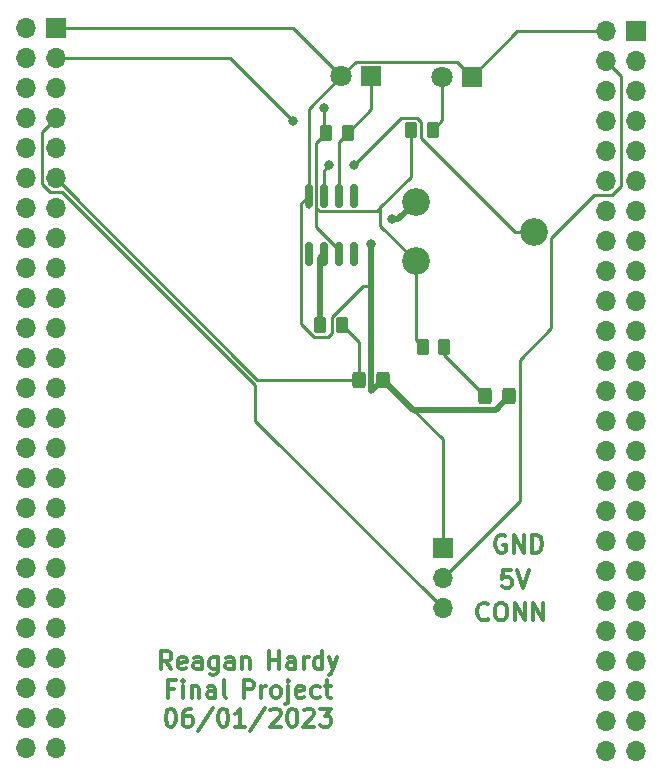
<source format=gbr>
%TF.GenerationSoftware,KiCad,Pcbnew,(7.0.0)*%
%TF.CreationDate,2023-06-01T09:50:49-06:00*%
%TF.ProjectId,Final_Project,46696e61-6c5f-4507-926f-6a6563742e6b,rev?*%
%TF.SameCoordinates,Original*%
%TF.FileFunction,Copper,L1,Top*%
%TF.FilePolarity,Positive*%
%FSLAX46Y46*%
G04 Gerber Fmt 4.6, Leading zero omitted, Abs format (unit mm)*
G04 Created by KiCad (PCBNEW (7.0.0)) date 2023-06-01 09:50:49*
%MOMM*%
%LPD*%
G01*
G04 APERTURE LIST*
G04 Aperture macros list*
%AMRoundRect*
0 Rectangle with rounded corners*
0 $1 Rounding radius*
0 $2 $3 $4 $5 $6 $7 $8 $9 X,Y pos of 4 corners*
0 Add a 4 corners polygon primitive as box body*
4,1,4,$2,$3,$4,$5,$6,$7,$8,$9,$2,$3,0*
0 Add four circle primitives for the rounded corners*
1,1,$1+$1,$2,$3*
1,1,$1+$1,$4,$5*
1,1,$1+$1,$6,$7*
1,1,$1+$1,$8,$9*
0 Add four rect primitives between the rounded corners*
20,1,$1+$1,$2,$3,$4,$5,0*
20,1,$1+$1,$4,$5,$6,$7,0*
20,1,$1+$1,$6,$7,$8,$9,0*
20,1,$1+$1,$8,$9,$2,$3,0*%
G04 Aperture macros list end*
%ADD10C,0.300000*%
%TA.AperFunction,NonConductor*%
%ADD11C,0.300000*%
%TD*%
%TA.AperFunction,SMDPad,CuDef*%
%ADD12RoundRect,0.250000X-0.262500X-0.450000X0.262500X-0.450000X0.262500X0.450000X-0.262500X0.450000X0*%
%TD*%
%TA.AperFunction,ComponentPad*%
%ADD13R,1.700000X1.700000*%
%TD*%
%TA.AperFunction,ComponentPad*%
%ADD14O,1.700000X1.700000*%
%TD*%
%TA.AperFunction,ComponentPad*%
%ADD15R,1.800000X1.800000*%
%TD*%
%TA.AperFunction,ComponentPad*%
%ADD16C,1.800000*%
%TD*%
%TA.AperFunction,ComponentPad*%
%ADD17C,2.340000*%
%TD*%
%TA.AperFunction,SMDPad,CuDef*%
%ADD18RoundRect,0.250000X0.325000X0.450000X-0.325000X0.450000X-0.325000X-0.450000X0.325000X-0.450000X0*%
%TD*%
%TA.AperFunction,SMDPad,CuDef*%
%ADD19RoundRect,0.150000X-0.150000X0.825000X-0.150000X-0.825000X0.150000X-0.825000X0.150000X0.825000X0*%
%TD*%
%TA.AperFunction,ViaPad*%
%ADD20C,0.800000*%
%TD*%
%TA.AperFunction,Conductor*%
%ADD21C,0.250000*%
%TD*%
%TA.AperFunction,Conductor*%
%ADD22C,0.500000*%
%TD*%
G04 APERTURE END LIST*
D10*
D11*
X75230857Y-71894200D02*
X75088000Y-71822771D01*
X75088000Y-71822771D02*
X74873714Y-71822771D01*
X74873714Y-71822771D02*
X74659428Y-71894200D01*
X74659428Y-71894200D02*
X74516571Y-72037057D01*
X74516571Y-72037057D02*
X74445142Y-72179914D01*
X74445142Y-72179914D02*
X74373714Y-72465628D01*
X74373714Y-72465628D02*
X74373714Y-72679914D01*
X74373714Y-72679914D02*
X74445142Y-72965628D01*
X74445142Y-72965628D02*
X74516571Y-73108485D01*
X74516571Y-73108485D02*
X74659428Y-73251342D01*
X74659428Y-73251342D02*
X74873714Y-73322771D01*
X74873714Y-73322771D02*
X75016571Y-73322771D01*
X75016571Y-73322771D02*
X75230857Y-73251342D01*
X75230857Y-73251342D02*
X75302285Y-73179914D01*
X75302285Y-73179914D02*
X75302285Y-72679914D01*
X75302285Y-72679914D02*
X75016571Y-72679914D01*
X75945142Y-73322771D02*
X75945142Y-71822771D01*
X75945142Y-71822771D02*
X76802285Y-73322771D01*
X76802285Y-73322771D02*
X76802285Y-71822771D01*
X77516571Y-73322771D02*
X77516571Y-71822771D01*
X77516571Y-71822771D02*
X77873714Y-71822771D01*
X77873714Y-71822771D02*
X78088000Y-71894200D01*
X78088000Y-71894200D02*
X78230857Y-72037057D01*
X78230857Y-72037057D02*
X78302286Y-72179914D01*
X78302286Y-72179914D02*
X78373714Y-72465628D01*
X78373714Y-72465628D02*
X78373714Y-72679914D01*
X78373714Y-72679914D02*
X78302286Y-72965628D01*
X78302286Y-72965628D02*
X78230857Y-73108485D01*
X78230857Y-73108485D02*
X78088000Y-73251342D01*
X78088000Y-73251342D02*
X77873714Y-73322771D01*
X77873714Y-73322771D02*
X77516571Y-73322771D01*
D10*
D11*
X46970971Y-83180171D02*
X46470971Y-82465885D01*
X46113828Y-83180171D02*
X46113828Y-81680171D01*
X46113828Y-81680171D02*
X46685257Y-81680171D01*
X46685257Y-81680171D02*
X46828114Y-81751600D01*
X46828114Y-81751600D02*
X46899543Y-81823028D01*
X46899543Y-81823028D02*
X46970971Y-81965885D01*
X46970971Y-81965885D02*
X46970971Y-82180171D01*
X46970971Y-82180171D02*
X46899543Y-82323028D01*
X46899543Y-82323028D02*
X46828114Y-82394457D01*
X46828114Y-82394457D02*
X46685257Y-82465885D01*
X46685257Y-82465885D02*
X46113828Y-82465885D01*
X48185257Y-83108742D02*
X48042400Y-83180171D01*
X48042400Y-83180171D02*
X47756686Y-83180171D01*
X47756686Y-83180171D02*
X47613828Y-83108742D01*
X47613828Y-83108742D02*
X47542400Y-82965885D01*
X47542400Y-82965885D02*
X47542400Y-82394457D01*
X47542400Y-82394457D02*
X47613828Y-82251600D01*
X47613828Y-82251600D02*
X47756686Y-82180171D01*
X47756686Y-82180171D02*
X48042400Y-82180171D01*
X48042400Y-82180171D02*
X48185257Y-82251600D01*
X48185257Y-82251600D02*
X48256686Y-82394457D01*
X48256686Y-82394457D02*
X48256686Y-82537314D01*
X48256686Y-82537314D02*
X47542400Y-82680171D01*
X49542400Y-83180171D02*
X49542400Y-82394457D01*
X49542400Y-82394457D02*
X49470971Y-82251600D01*
X49470971Y-82251600D02*
X49328114Y-82180171D01*
X49328114Y-82180171D02*
X49042400Y-82180171D01*
X49042400Y-82180171D02*
X48899542Y-82251600D01*
X49542400Y-83108742D02*
X49399542Y-83180171D01*
X49399542Y-83180171D02*
X49042400Y-83180171D01*
X49042400Y-83180171D02*
X48899542Y-83108742D01*
X48899542Y-83108742D02*
X48828114Y-82965885D01*
X48828114Y-82965885D02*
X48828114Y-82823028D01*
X48828114Y-82823028D02*
X48899542Y-82680171D01*
X48899542Y-82680171D02*
X49042400Y-82608742D01*
X49042400Y-82608742D02*
X49399542Y-82608742D01*
X49399542Y-82608742D02*
X49542400Y-82537314D01*
X50899543Y-82180171D02*
X50899543Y-83394457D01*
X50899543Y-83394457D02*
X50828114Y-83537314D01*
X50828114Y-83537314D02*
X50756685Y-83608742D01*
X50756685Y-83608742D02*
X50613828Y-83680171D01*
X50613828Y-83680171D02*
X50399543Y-83680171D01*
X50399543Y-83680171D02*
X50256685Y-83608742D01*
X50899543Y-83108742D02*
X50756685Y-83180171D01*
X50756685Y-83180171D02*
X50470971Y-83180171D01*
X50470971Y-83180171D02*
X50328114Y-83108742D01*
X50328114Y-83108742D02*
X50256685Y-83037314D01*
X50256685Y-83037314D02*
X50185257Y-82894457D01*
X50185257Y-82894457D02*
X50185257Y-82465885D01*
X50185257Y-82465885D02*
X50256685Y-82323028D01*
X50256685Y-82323028D02*
X50328114Y-82251600D01*
X50328114Y-82251600D02*
X50470971Y-82180171D01*
X50470971Y-82180171D02*
X50756685Y-82180171D01*
X50756685Y-82180171D02*
X50899543Y-82251600D01*
X52256686Y-83180171D02*
X52256686Y-82394457D01*
X52256686Y-82394457D02*
X52185257Y-82251600D01*
X52185257Y-82251600D02*
X52042400Y-82180171D01*
X52042400Y-82180171D02*
X51756686Y-82180171D01*
X51756686Y-82180171D02*
X51613828Y-82251600D01*
X52256686Y-83108742D02*
X52113828Y-83180171D01*
X52113828Y-83180171D02*
X51756686Y-83180171D01*
X51756686Y-83180171D02*
X51613828Y-83108742D01*
X51613828Y-83108742D02*
X51542400Y-82965885D01*
X51542400Y-82965885D02*
X51542400Y-82823028D01*
X51542400Y-82823028D02*
X51613828Y-82680171D01*
X51613828Y-82680171D02*
X51756686Y-82608742D01*
X51756686Y-82608742D02*
X52113828Y-82608742D01*
X52113828Y-82608742D02*
X52256686Y-82537314D01*
X52970971Y-82180171D02*
X52970971Y-83180171D01*
X52970971Y-82323028D02*
X53042400Y-82251600D01*
X53042400Y-82251600D02*
X53185257Y-82180171D01*
X53185257Y-82180171D02*
X53399543Y-82180171D01*
X53399543Y-82180171D02*
X53542400Y-82251600D01*
X53542400Y-82251600D02*
X53613829Y-82394457D01*
X53613829Y-82394457D02*
X53613829Y-83180171D01*
X55228114Y-83180171D02*
X55228114Y-81680171D01*
X55228114Y-82394457D02*
X56085257Y-82394457D01*
X56085257Y-83180171D02*
X56085257Y-81680171D01*
X57442401Y-83180171D02*
X57442401Y-82394457D01*
X57442401Y-82394457D02*
X57370972Y-82251600D01*
X57370972Y-82251600D02*
X57228115Y-82180171D01*
X57228115Y-82180171D02*
X56942401Y-82180171D01*
X56942401Y-82180171D02*
X56799543Y-82251600D01*
X57442401Y-83108742D02*
X57299543Y-83180171D01*
X57299543Y-83180171D02*
X56942401Y-83180171D01*
X56942401Y-83180171D02*
X56799543Y-83108742D01*
X56799543Y-83108742D02*
X56728115Y-82965885D01*
X56728115Y-82965885D02*
X56728115Y-82823028D01*
X56728115Y-82823028D02*
X56799543Y-82680171D01*
X56799543Y-82680171D02*
X56942401Y-82608742D01*
X56942401Y-82608742D02*
X57299543Y-82608742D01*
X57299543Y-82608742D02*
X57442401Y-82537314D01*
X58156686Y-83180171D02*
X58156686Y-82180171D01*
X58156686Y-82465885D02*
X58228115Y-82323028D01*
X58228115Y-82323028D02*
X58299544Y-82251600D01*
X58299544Y-82251600D02*
X58442401Y-82180171D01*
X58442401Y-82180171D02*
X58585258Y-82180171D01*
X59728115Y-83180171D02*
X59728115Y-81680171D01*
X59728115Y-83108742D02*
X59585257Y-83180171D01*
X59585257Y-83180171D02*
X59299543Y-83180171D01*
X59299543Y-83180171D02*
X59156686Y-83108742D01*
X59156686Y-83108742D02*
X59085257Y-83037314D01*
X59085257Y-83037314D02*
X59013829Y-82894457D01*
X59013829Y-82894457D02*
X59013829Y-82465885D01*
X59013829Y-82465885D02*
X59085257Y-82323028D01*
X59085257Y-82323028D02*
X59156686Y-82251600D01*
X59156686Y-82251600D02*
X59299543Y-82180171D01*
X59299543Y-82180171D02*
X59585257Y-82180171D01*
X59585257Y-82180171D02*
X59728115Y-82251600D01*
X60299543Y-82180171D02*
X60656686Y-83180171D01*
X61013829Y-82180171D02*
X60656686Y-83180171D01*
X60656686Y-83180171D02*
X60513829Y-83537314D01*
X60513829Y-83537314D02*
X60442400Y-83608742D01*
X60442400Y-83608742D02*
X60299543Y-83680171D01*
X47185257Y-84824457D02*
X46685257Y-84824457D01*
X46685257Y-85610171D02*
X46685257Y-84110171D01*
X46685257Y-84110171D02*
X47399543Y-84110171D01*
X47970971Y-85610171D02*
X47970971Y-84610171D01*
X47970971Y-84110171D02*
X47899543Y-84181600D01*
X47899543Y-84181600D02*
X47970971Y-84253028D01*
X47970971Y-84253028D02*
X48042400Y-84181600D01*
X48042400Y-84181600D02*
X47970971Y-84110171D01*
X47970971Y-84110171D02*
X47970971Y-84253028D01*
X48685257Y-84610171D02*
X48685257Y-85610171D01*
X48685257Y-84753028D02*
X48756686Y-84681600D01*
X48756686Y-84681600D02*
X48899543Y-84610171D01*
X48899543Y-84610171D02*
X49113829Y-84610171D01*
X49113829Y-84610171D02*
X49256686Y-84681600D01*
X49256686Y-84681600D02*
X49328115Y-84824457D01*
X49328115Y-84824457D02*
X49328115Y-85610171D01*
X50685258Y-85610171D02*
X50685258Y-84824457D01*
X50685258Y-84824457D02*
X50613829Y-84681600D01*
X50613829Y-84681600D02*
X50470972Y-84610171D01*
X50470972Y-84610171D02*
X50185258Y-84610171D01*
X50185258Y-84610171D02*
X50042400Y-84681600D01*
X50685258Y-85538742D02*
X50542400Y-85610171D01*
X50542400Y-85610171D02*
X50185258Y-85610171D01*
X50185258Y-85610171D02*
X50042400Y-85538742D01*
X50042400Y-85538742D02*
X49970972Y-85395885D01*
X49970972Y-85395885D02*
X49970972Y-85253028D01*
X49970972Y-85253028D02*
X50042400Y-85110171D01*
X50042400Y-85110171D02*
X50185258Y-85038742D01*
X50185258Y-85038742D02*
X50542400Y-85038742D01*
X50542400Y-85038742D02*
X50685258Y-84967314D01*
X51613829Y-85610171D02*
X51470972Y-85538742D01*
X51470972Y-85538742D02*
X51399543Y-85395885D01*
X51399543Y-85395885D02*
X51399543Y-84110171D01*
X53085257Y-85610171D02*
X53085257Y-84110171D01*
X53085257Y-84110171D02*
X53656686Y-84110171D01*
X53656686Y-84110171D02*
X53799543Y-84181600D01*
X53799543Y-84181600D02*
X53870972Y-84253028D01*
X53870972Y-84253028D02*
X53942400Y-84395885D01*
X53942400Y-84395885D02*
X53942400Y-84610171D01*
X53942400Y-84610171D02*
X53870972Y-84753028D01*
X53870972Y-84753028D02*
X53799543Y-84824457D01*
X53799543Y-84824457D02*
X53656686Y-84895885D01*
X53656686Y-84895885D02*
X53085257Y-84895885D01*
X54585257Y-85610171D02*
X54585257Y-84610171D01*
X54585257Y-84895885D02*
X54656686Y-84753028D01*
X54656686Y-84753028D02*
X54728115Y-84681600D01*
X54728115Y-84681600D02*
X54870972Y-84610171D01*
X54870972Y-84610171D02*
X55013829Y-84610171D01*
X55728114Y-85610171D02*
X55585257Y-85538742D01*
X55585257Y-85538742D02*
X55513828Y-85467314D01*
X55513828Y-85467314D02*
X55442400Y-85324457D01*
X55442400Y-85324457D02*
X55442400Y-84895885D01*
X55442400Y-84895885D02*
X55513828Y-84753028D01*
X55513828Y-84753028D02*
X55585257Y-84681600D01*
X55585257Y-84681600D02*
X55728114Y-84610171D01*
X55728114Y-84610171D02*
X55942400Y-84610171D01*
X55942400Y-84610171D02*
X56085257Y-84681600D01*
X56085257Y-84681600D02*
X56156686Y-84753028D01*
X56156686Y-84753028D02*
X56228114Y-84895885D01*
X56228114Y-84895885D02*
X56228114Y-85324457D01*
X56228114Y-85324457D02*
X56156686Y-85467314D01*
X56156686Y-85467314D02*
X56085257Y-85538742D01*
X56085257Y-85538742D02*
X55942400Y-85610171D01*
X55942400Y-85610171D02*
X55728114Y-85610171D01*
X56870971Y-84610171D02*
X56870971Y-85895885D01*
X56870971Y-85895885D02*
X56799543Y-86038742D01*
X56799543Y-86038742D02*
X56656686Y-86110171D01*
X56656686Y-86110171D02*
X56585257Y-86110171D01*
X56870971Y-84110171D02*
X56799543Y-84181600D01*
X56799543Y-84181600D02*
X56870971Y-84253028D01*
X56870971Y-84253028D02*
X56942400Y-84181600D01*
X56942400Y-84181600D02*
X56870971Y-84110171D01*
X56870971Y-84110171D02*
X56870971Y-84253028D01*
X58156686Y-85538742D02*
X58013829Y-85610171D01*
X58013829Y-85610171D02*
X57728115Y-85610171D01*
X57728115Y-85610171D02*
X57585257Y-85538742D01*
X57585257Y-85538742D02*
X57513829Y-85395885D01*
X57513829Y-85395885D02*
X57513829Y-84824457D01*
X57513829Y-84824457D02*
X57585257Y-84681600D01*
X57585257Y-84681600D02*
X57728115Y-84610171D01*
X57728115Y-84610171D02*
X58013829Y-84610171D01*
X58013829Y-84610171D02*
X58156686Y-84681600D01*
X58156686Y-84681600D02*
X58228115Y-84824457D01*
X58228115Y-84824457D02*
X58228115Y-84967314D01*
X58228115Y-84967314D02*
X57513829Y-85110171D01*
X59513829Y-85538742D02*
X59370971Y-85610171D01*
X59370971Y-85610171D02*
X59085257Y-85610171D01*
X59085257Y-85610171D02*
X58942400Y-85538742D01*
X58942400Y-85538742D02*
X58870971Y-85467314D01*
X58870971Y-85467314D02*
X58799543Y-85324457D01*
X58799543Y-85324457D02*
X58799543Y-84895885D01*
X58799543Y-84895885D02*
X58870971Y-84753028D01*
X58870971Y-84753028D02*
X58942400Y-84681600D01*
X58942400Y-84681600D02*
X59085257Y-84610171D01*
X59085257Y-84610171D02*
X59370971Y-84610171D01*
X59370971Y-84610171D02*
X59513829Y-84681600D01*
X59942400Y-84610171D02*
X60513828Y-84610171D01*
X60156685Y-84110171D02*
X60156685Y-85395885D01*
X60156685Y-85395885D02*
X60228114Y-85538742D01*
X60228114Y-85538742D02*
X60370971Y-85610171D01*
X60370971Y-85610171D02*
X60513828Y-85610171D01*
X46849544Y-86540171D02*
X46992401Y-86540171D01*
X46992401Y-86540171D02*
X47135258Y-86611600D01*
X47135258Y-86611600D02*
X47206687Y-86683028D01*
X47206687Y-86683028D02*
X47278115Y-86825885D01*
X47278115Y-86825885D02*
X47349544Y-87111600D01*
X47349544Y-87111600D02*
X47349544Y-87468742D01*
X47349544Y-87468742D02*
X47278115Y-87754457D01*
X47278115Y-87754457D02*
X47206687Y-87897314D01*
X47206687Y-87897314D02*
X47135258Y-87968742D01*
X47135258Y-87968742D02*
X46992401Y-88040171D01*
X46992401Y-88040171D02*
X46849544Y-88040171D01*
X46849544Y-88040171D02*
X46706687Y-87968742D01*
X46706687Y-87968742D02*
X46635258Y-87897314D01*
X46635258Y-87897314D02*
X46563829Y-87754457D01*
X46563829Y-87754457D02*
X46492401Y-87468742D01*
X46492401Y-87468742D02*
X46492401Y-87111600D01*
X46492401Y-87111600D02*
X46563829Y-86825885D01*
X46563829Y-86825885D02*
X46635258Y-86683028D01*
X46635258Y-86683028D02*
X46706687Y-86611600D01*
X46706687Y-86611600D02*
X46849544Y-86540171D01*
X48635258Y-86540171D02*
X48349543Y-86540171D01*
X48349543Y-86540171D02*
X48206686Y-86611600D01*
X48206686Y-86611600D02*
X48135258Y-86683028D01*
X48135258Y-86683028D02*
X47992400Y-86897314D01*
X47992400Y-86897314D02*
X47920972Y-87183028D01*
X47920972Y-87183028D02*
X47920972Y-87754457D01*
X47920972Y-87754457D02*
X47992400Y-87897314D01*
X47992400Y-87897314D02*
X48063829Y-87968742D01*
X48063829Y-87968742D02*
X48206686Y-88040171D01*
X48206686Y-88040171D02*
X48492400Y-88040171D01*
X48492400Y-88040171D02*
X48635258Y-87968742D01*
X48635258Y-87968742D02*
X48706686Y-87897314D01*
X48706686Y-87897314D02*
X48778115Y-87754457D01*
X48778115Y-87754457D02*
X48778115Y-87397314D01*
X48778115Y-87397314D02*
X48706686Y-87254457D01*
X48706686Y-87254457D02*
X48635258Y-87183028D01*
X48635258Y-87183028D02*
X48492400Y-87111600D01*
X48492400Y-87111600D02*
X48206686Y-87111600D01*
X48206686Y-87111600D02*
X48063829Y-87183028D01*
X48063829Y-87183028D02*
X47992400Y-87254457D01*
X47992400Y-87254457D02*
X47920972Y-87397314D01*
X50492400Y-86468742D02*
X49206686Y-88397314D01*
X51278115Y-86540171D02*
X51420972Y-86540171D01*
X51420972Y-86540171D02*
X51563829Y-86611600D01*
X51563829Y-86611600D02*
X51635258Y-86683028D01*
X51635258Y-86683028D02*
X51706686Y-86825885D01*
X51706686Y-86825885D02*
X51778115Y-87111600D01*
X51778115Y-87111600D02*
X51778115Y-87468742D01*
X51778115Y-87468742D02*
X51706686Y-87754457D01*
X51706686Y-87754457D02*
X51635258Y-87897314D01*
X51635258Y-87897314D02*
X51563829Y-87968742D01*
X51563829Y-87968742D02*
X51420972Y-88040171D01*
X51420972Y-88040171D02*
X51278115Y-88040171D01*
X51278115Y-88040171D02*
X51135258Y-87968742D01*
X51135258Y-87968742D02*
X51063829Y-87897314D01*
X51063829Y-87897314D02*
X50992400Y-87754457D01*
X50992400Y-87754457D02*
X50920972Y-87468742D01*
X50920972Y-87468742D02*
X50920972Y-87111600D01*
X50920972Y-87111600D02*
X50992400Y-86825885D01*
X50992400Y-86825885D02*
X51063829Y-86683028D01*
X51063829Y-86683028D02*
X51135258Y-86611600D01*
X51135258Y-86611600D02*
X51278115Y-86540171D01*
X53206686Y-88040171D02*
X52349543Y-88040171D01*
X52778114Y-88040171D02*
X52778114Y-86540171D01*
X52778114Y-86540171D02*
X52635257Y-86754457D01*
X52635257Y-86754457D02*
X52492400Y-86897314D01*
X52492400Y-86897314D02*
X52349543Y-86968742D01*
X54920971Y-86468742D02*
X53635257Y-88397314D01*
X55349543Y-86683028D02*
X55420971Y-86611600D01*
X55420971Y-86611600D02*
X55563829Y-86540171D01*
X55563829Y-86540171D02*
X55920971Y-86540171D01*
X55920971Y-86540171D02*
X56063829Y-86611600D01*
X56063829Y-86611600D02*
X56135257Y-86683028D01*
X56135257Y-86683028D02*
X56206686Y-86825885D01*
X56206686Y-86825885D02*
X56206686Y-86968742D01*
X56206686Y-86968742D02*
X56135257Y-87183028D01*
X56135257Y-87183028D02*
X55278114Y-88040171D01*
X55278114Y-88040171D02*
X56206686Y-88040171D01*
X57135257Y-86540171D02*
X57278114Y-86540171D01*
X57278114Y-86540171D02*
X57420971Y-86611600D01*
X57420971Y-86611600D02*
X57492400Y-86683028D01*
X57492400Y-86683028D02*
X57563828Y-86825885D01*
X57563828Y-86825885D02*
X57635257Y-87111600D01*
X57635257Y-87111600D02*
X57635257Y-87468742D01*
X57635257Y-87468742D02*
X57563828Y-87754457D01*
X57563828Y-87754457D02*
X57492400Y-87897314D01*
X57492400Y-87897314D02*
X57420971Y-87968742D01*
X57420971Y-87968742D02*
X57278114Y-88040171D01*
X57278114Y-88040171D02*
X57135257Y-88040171D01*
X57135257Y-88040171D02*
X56992400Y-87968742D01*
X56992400Y-87968742D02*
X56920971Y-87897314D01*
X56920971Y-87897314D02*
X56849542Y-87754457D01*
X56849542Y-87754457D02*
X56778114Y-87468742D01*
X56778114Y-87468742D02*
X56778114Y-87111600D01*
X56778114Y-87111600D02*
X56849542Y-86825885D01*
X56849542Y-86825885D02*
X56920971Y-86683028D01*
X56920971Y-86683028D02*
X56992400Y-86611600D01*
X56992400Y-86611600D02*
X57135257Y-86540171D01*
X58206685Y-86683028D02*
X58278113Y-86611600D01*
X58278113Y-86611600D02*
X58420971Y-86540171D01*
X58420971Y-86540171D02*
X58778113Y-86540171D01*
X58778113Y-86540171D02*
X58920971Y-86611600D01*
X58920971Y-86611600D02*
X58992399Y-86683028D01*
X58992399Y-86683028D02*
X59063828Y-86825885D01*
X59063828Y-86825885D02*
X59063828Y-86968742D01*
X59063828Y-86968742D02*
X58992399Y-87183028D01*
X58992399Y-87183028D02*
X58135256Y-88040171D01*
X58135256Y-88040171D02*
X59063828Y-88040171D01*
X59563827Y-86540171D02*
X60492399Y-86540171D01*
X60492399Y-86540171D02*
X59992399Y-87111600D01*
X59992399Y-87111600D02*
X60206684Y-87111600D01*
X60206684Y-87111600D02*
X60349542Y-87183028D01*
X60349542Y-87183028D02*
X60420970Y-87254457D01*
X60420970Y-87254457D02*
X60492399Y-87397314D01*
X60492399Y-87397314D02*
X60492399Y-87754457D01*
X60492399Y-87754457D02*
X60420970Y-87897314D01*
X60420970Y-87897314D02*
X60349542Y-87968742D01*
X60349542Y-87968742D02*
X60206684Y-88040171D01*
X60206684Y-88040171D02*
X59778113Y-88040171D01*
X59778113Y-88040171D02*
X59635256Y-87968742D01*
X59635256Y-87968742D02*
X59563827Y-87897314D01*
D10*
D11*
X73803685Y-78920314D02*
X73732257Y-78991742D01*
X73732257Y-78991742D02*
X73517971Y-79063171D01*
X73517971Y-79063171D02*
X73375114Y-79063171D01*
X73375114Y-79063171D02*
X73160828Y-78991742D01*
X73160828Y-78991742D02*
X73017971Y-78848885D01*
X73017971Y-78848885D02*
X72946542Y-78706028D01*
X72946542Y-78706028D02*
X72875114Y-78420314D01*
X72875114Y-78420314D02*
X72875114Y-78206028D01*
X72875114Y-78206028D02*
X72946542Y-77920314D01*
X72946542Y-77920314D02*
X73017971Y-77777457D01*
X73017971Y-77777457D02*
X73160828Y-77634600D01*
X73160828Y-77634600D02*
X73375114Y-77563171D01*
X73375114Y-77563171D02*
X73517971Y-77563171D01*
X73517971Y-77563171D02*
X73732257Y-77634600D01*
X73732257Y-77634600D02*
X73803685Y-77706028D01*
X74732257Y-77563171D02*
X75017971Y-77563171D01*
X75017971Y-77563171D02*
X75160828Y-77634600D01*
X75160828Y-77634600D02*
X75303685Y-77777457D01*
X75303685Y-77777457D02*
X75375114Y-78063171D01*
X75375114Y-78063171D02*
X75375114Y-78563171D01*
X75375114Y-78563171D02*
X75303685Y-78848885D01*
X75303685Y-78848885D02*
X75160828Y-78991742D01*
X75160828Y-78991742D02*
X75017971Y-79063171D01*
X75017971Y-79063171D02*
X74732257Y-79063171D01*
X74732257Y-79063171D02*
X74589400Y-78991742D01*
X74589400Y-78991742D02*
X74446542Y-78848885D01*
X74446542Y-78848885D02*
X74375114Y-78563171D01*
X74375114Y-78563171D02*
X74375114Y-78063171D01*
X74375114Y-78063171D02*
X74446542Y-77777457D01*
X74446542Y-77777457D02*
X74589400Y-77634600D01*
X74589400Y-77634600D02*
X74732257Y-77563171D01*
X76017971Y-79063171D02*
X76017971Y-77563171D01*
X76017971Y-77563171D02*
X76875114Y-79063171D01*
X76875114Y-79063171D02*
X76875114Y-77563171D01*
X77589400Y-79063171D02*
X77589400Y-77563171D01*
X77589400Y-77563171D02*
X78446543Y-79063171D01*
X78446543Y-79063171D02*
X78446543Y-77563171D01*
D10*
D11*
X75743628Y-74819971D02*
X75029342Y-74819971D01*
X75029342Y-74819971D02*
X74957914Y-75534257D01*
X74957914Y-75534257D02*
X75029342Y-75462828D01*
X75029342Y-75462828D02*
X75172200Y-75391400D01*
X75172200Y-75391400D02*
X75529342Y-75391400D01*
X75529342Y-75391400D02*
X75672200Y-75462828D01*
X75672200Y-75462828D02*
X75743628Y-75534257D01*
X75743628Y-75534257D02*
X75815057Y-75677114D01*
X75815057Y-75677114D02*
X75815057Y-76034257D01*
X75815057Y-76034257D02*
X75743628Y-76177114D01*
X75743628Y-76177114D02*
X75672200Y-76248542D01*
X75672200Y-76248542D02*
X75529342Y-76319971D01*
X75529342Y-76319971D02*
X75172200Y-76319971D01*
X75172200Y-76319971D02*
X75029342Y-76248542D01*
X75029342Y-76248542D02*
X74957914Y-76177114D01*
X76243628Y-74819971D02*
X76743628Y-76319971D01*
X76743628Y-76319971D02*
X77243628Y-74819971D01*
D12*
%TO.P,R2,1*%
%TO.N,VDD*%
X60071000Y-37809400D03*
%TO.P,R2,2*%
%TO.N,Net-(D2-K)*%
X61896000Y-37809400D03*
%TD*%
D13*
%TO.P,J2,1,Pin_1*%
%TO.N,unconnected-(J2-Pin_1-Pad1)*%
X86334599Y-29184599D03*
D14*
%TO.P,J2,2,Pin_2*%
%TO.N,GND*%
X83794599Y-29184599D03*
%TO.P,J2,3,Pin_3*%
%TO.N,unconnected-(J2-Pin_3-Pad3)*%
X86334599Y-31724599D03*
%TO.P,J2,4,Pin_4*%
%TO.N,+5V*%
X83794599Y-31724599D03*
%TO.P,J2,5,Pin_5*%
%TO.N,unconnected-(J2-Pin_5-Pad5)*%
X86334599Y-34264599D03*
%TO.P,J2,6,Pin_6*%
%TO.N,unconnected-(J2-Pin_6-Pad6)*%
X83794599Y-34264599D03*
%TO.P,J2,7,Pin_7*%
%TO.N,unconnected-(J2-Pin_7-Pad7)*%
X86334599Y-36804599D03*
%TO.P,J2,8,Pin_8*%
%TO.N,unconnected-(J2-Pin_8-Pad8)*%
X83794599Y-36804599D03*
%TO.P,J2,9,Pin_9*%
%TO.N,unconnected-(J2-Pin_9-Pad9)*%
X86334599Y-39344599D03*
%TO.P,J2,10,Pin_10*%
%TO.N,unconnected-(J2-Pin_10-Pad10)*%
X83794599Y-39344599D03*
%TO.P,J2,11,Pin_11*%
%TO.N,unconnected-(J2-Pin_11-Pad11)*%
X86334599Y-41884599D03*
%TO.P,J2,12,Pin_12*%
%TO.N,unconnected-(J2-Pin_12-Pad12)*%
X83794599Y-41884599D03*
%TO.P,J2,13,Pin_13*%
%TO.N,unconnected-(J2-Pin_13-Pad13)*%
X86334599Y-44424599D03*
%TO.P,J2,14,Pin_14*%
%TO.N,unconnected-(J2-Pin_14-Pad14)*%
X83794599Y-44424599D03*
%TO.P,J2,15,Pin_15*%
%TO.N,unconnected-(J2-Pin_15-Pad15)*%
X86334599Y-46964599D03*
%TO.P,J2,16,Pin_16*%
%TO.N,unconnected-(J2-Pin_16-Pad16)*%
X83794599Y-46964599D03*
%TO.P,J2,17,Pin_17*%
%TO.N,unconnected-(J2-Pin_17-Pad17)*%
X86334599Y-49504599D03*
%TO.P,J2,18,Pin_18*%
%TO.N,unconnected-(J2-Pin_18-Pad18)*%
X83794599Y-49504599D03*
%TO.P,J2,19,Pin_19*%
%TO.N,unconnected-(J2-Pin_19-Pad19)*%
X86334599Y-52044599D03*
%TO.P,J2,20,Pin_20*%
%TO.N,unconnected-(J2-Pin_20-Pad20)*%
X83794599Y-52044599D03*
%TO.P,J2,21,Pin_21*%
%TO.N,unconnected-(J2-Pin_21-Pad21)*%
X86334599Y-54584599D03*
%TO.P,J2,22,Pin_22*%
%TO.N,unconnected-(J2-Pin_22-Pad22)*%
X83794599Y-54584599D03*
%TO.P,J2,23,Pin_23*%
%TO.N,unconnected-(J2-Pin_23-Pad23)*%
X86334599Y-57124599D03*
%TO.P,J2,24,Pin_24*%
%TO.N,unconnected-(J2-Pin_24-Pad24)*%
X83794599Y-57124599D03*
%TO.P,J2,25,Pin_25*%
%TO.N,unconnected-(J2-Pin_25-Pad25)*%
X86334599Y-59664599D03*
%TO.P,J2,26,Pin_26*%
%TO.N,unconnected-(J2-Pin_26-Pad26)*%
X83794599Y-59664599D03*
%TO.P,J2,27,Pin_27*%
%TO.N,unconnected-(J2-Pin_27-Pad27)*%
X86334599Y-62204599D03*
%TO.P,J2,28,Pin_28*%
%TO.N,unconnected-(J2-Pin_28-Pad28)*%
X83794599Y-62204599D03*
%TO.P,J2,29,Pin_29*%
%TO.N,unconnected-(J2-Pin_29-Pad29)*%
X86334599Y-64744599D03*
%TO.P,J2,30,Pin_30*%
%TO.N,unconnected-(J2-Pin_30-Pad30)*%
X83794599Y-64744599D03*
%TO.P,J2,31,Pin_31*%
%TO.N,unconnected-(J2-Pin_31-Pad31)*%
X86334599Y-67284599D03*
%TO.P,J2,32,Pin_32*%
%TO.N,unconnected-(J2-Pin_32-Pad32)*%
X83794599Y-67284599D03*
%TO.P,J2,33,Pin_33*%
%TO.N,unconnected-(J2-Pin_33-Pad33)*%
X86334599Y-69824599D03*
%TO.P,J2,34,Pin_34*%
%TO.N,unconnected-(J2-Pin_34-Pad34)*%
X83794599Y-69824599D03*
%TO.P,J2,35,Pin_35*%
%TO.N,unconnected-(J2-Pin_35-Pad35)*%
X86334599Y-72364599D03*
%TO.P,J2,36,Pin_36*%
%TO.N,unconnected-(J2-Pin_36-Pad36)*%
X83794599Y-72364599D03*
%TO.P,J2,37,Pin_37*%
%TO.N,unconnected-(J2-Pin_37-Pad37)*%
X86334599Y-74904599D03*
%TO.P,J2,38,Pin_38*%
%TO.N,unconnected-(J2-Pin_38-Pad38)*%
X83794599Y-74904599D03*
%TO.P,J2,39,Pin_39*%
%TO.N,unconnected-(J2-Pin_39-Pad39)*%
X86334599Y-77444599D03*
%TO.P,J2,40,Pin_40*%
%TO.N,unconnected-(J2-Pin_40-Pad40)*%
X83794599Y-77444599D03*
%TO.P,J2,41,Pin_41*%
%TO.N,unconnected-(J2-Pin_41-Pad41)*%
X86334599Y-79984599D03*
%TO.P,J2,42,Pin_42*%
%TO.N,unconnected-(J2-Pin_42-Pad42)*%
X83794599Y-79984599D03*
%TO.P,J2,43,Pin_43*%
%TO.N,unconnected-(J2-Pin_43-Pad43)*%
X86334599Y-82524599D03*
%TO.P,J2,44,Pin_44*%
%TO.N,unconnected-(J2-Pin_44-Pad44)*%
X83794599Y-82524599D03*
%TO.P,J2,45,Pin_45*%
%TO.N,unconnected-(J2-Pin_45-Pad45)*%
X86334599Y-85064599D03*
%TO.P,J2,46,Pin_46*%
%TO.N,unconnected-(J2-Pin_46-Pad46)*%
X83794599Y-85064599D03*
%TO.P,J2,47,Pin_47*%
%TO.N,unconnected-(J2-Pin_47-Pad47)*%
X86334599Y-87604599D03*
%TO.P,J2,48,Pin_48*%
%TO.N,unconnected-(J2-Pin_48-Pad48)*%
X83794599Y-87604599D03*
%TO.P,J2,49,Pin_49*%
%TO.N,unconnected-(J2-Pin_49-Pad49)*%
X86334599Y-90144599D03*
%TO.P,J2,50,Pin_50*%
%TO.N,unconnected-(J2-Pin_50-Pad50)*%
X83794599Y-90144599D03*
%TD*%
D15*
%TO.P,D4,1,K*%
%TO.N,GND*%
X72441999Y-33013399D03*
D16*
%TO.P,D4,2,A*%
%TO.N,Net-(D4-A)*%
X69902000Y-33013400D03*
%TD*%
D13*
%TO.P,J4,1,Pin_1*%
%TO.N,GND*%
X69947799Y-72963399D03*
D14*
%TO.P,J4,2,Pin_2*%
%TO.N,+5V*%
X69947799Y-75503399D03*
%TO.P,J4,3,Pin_3*%
%TO.N,Servo_Motor*%
X69947799Y-78043399D03*
%TD*%
D12*
%TO.P,R3,1*%
%TO.N,VDD*%
X68247900Y-55894200D03*
%TO.P,R3,2*%
%TO.N,Net-(D3-A)*%
X70072900Y-55894200D03*
%TD*%
%TO.P,R4,1*%
%TO.N,Net-(R4-Pad1)*%
X59561100Y-54041900D03*
%TO.P,R4,2*%
%TO.N,IR_Sensor*%
X61386100Y-54041900D03*
%TD*%
D17*
%TO.P,RV1,1,1*%
%TO.N,VDD*%
X67640200Y-48641000D03*
%TO.P,RV1,2,2*%
%TO.N,Net-(U1-+)*%
X77640200Y-46141000D03*
%TO.P,RV1,3,3*%
%TO.N,GND*%
X67640200Y-43641000D03*
%TD*%
D18*
%TO.P,D3,1,K*%
%TO.N,GND*%
X75586600Y-60059800D03*
%TO.P,D3,2,A*%
%TO.N,Net-(D3-A)*%
X73536600Y-60059800D03*
%TD*%
D15*
%TO.P,D2,1,K*%
%TO.N,Net-(D2-K)*%
X63907599Y-32962599D03*
D16*
%TO.P,D2,2,A*%
%TO.N,GND*%
X61367600Y-32962600D03*
%TD*%
D18*
%TO.P,D1,1,K*%
%TO.N,GND*%
X64893200Y-58662800D03*
%TO.P,D1,2,A*%
%TO.N,IR_Sensor*%
X62843200Y-58662800D03*
%TD*%
D12*
%TO.P,R1,1*%
%TO.N,VDD*%
X67259200Y-37530000D03*
%TO.P,R1,2*%
%TO.N,Net-(D4-A)*%
X69084200Y-37530000D03*
%TD*%
D19*
%TO.P,U1,1,NULL*%
%TO.N,unconnected-(U1-NULL-Pad1)*%
X62404000Y-43081400D03*
%TO.P,U1,2,-*%
%TO.N,Net-(D2-K)*%
X61134000Y-43081400D03*
%TO.P,U1,3,+*%
%TO.N,Net-(U1-+)*%
X59864000Y-43081400D03*
%TO.P,U1,4,V-*%
%TO.N,GND*%
X58594000Y-43081400D03*
%TO.P,U1,5,NULL*%
%TO.N,unconnected-(U1-NULL-Pad5)*%
X58594000Y-48031400D03*
%TO.P,U1,6*%
%TO.N,Net-(R4-Pad1)*%
X59864000Y-48031400D03*
%TO.P,U1,7,V+*%
%TO.N,VDD*%
X61134000Y-48031400D03*
%TO.P,U1,8,NC*%
%TO.N,unconnected-(U1-NC-Pad8)*%
X62404000Y-48031400D03*
%TD*%
D13*
%TO.P,J1,1,Pin_1*%
%TO.N,GND*%
X37181799Y-28894399D03*
D14*
%TO.P,J1,2,Pin_2*%
%TO.N,unconnected-(J1-Pin_2-Pad2)*%
X34641799Y-28894399D03*
%TO.P,J1,3,Pin_3*%
%TO.N,VDD*%
X37181799Y-31434399D03*
%TO.P,J1,4,Pin_4*%
%TO.N,unconnected-(J1-Pin_4-Pad4)*%
X34641799Y-31434399D03*
%TO.P,J1,5,Pin_5*%
%TO.N,unconnected-(J1-Pin_5-Pad5)*%
X37181799Y-33974399D03*
%TO.P,J1,6,Pin_6*%
%TO.N,unconnected-(J1-Pin_6-Pad6)*%
X34641799Y-33974399D03*
%TO.P,J1,7,Pin_7*%
%TO.N,Servo_Motor*%
X37181799Y-36514399D03*
%TO.P,J1,8,Pin_8*%
%TO.N,unconnected-(J1-Pin_8-Pad8)*%
X34641799Y-36514399D03*
%TO.P,J1,9,Pin_9*%
%TO.N,unconnected-(J1-Pin_9-Pad9)*%
X37181799Y-39054399D03*
%TO.P,J1,10,Pin_10*%
%TO.N,unconnected-(J1-Pin_10-Pad10)*%
X34641799Y-39054399D03*
%TO.P,J1,11,Pin_11*%
%TO.N,IR_Sensor*%
X37181799Y-41594399D03*
%TO.P,J1,12,Pin_12*%
%TO.N,unconnected-(J1-Pin_12-Pad12)*%
X34641799Y-41594399D03*
%TO.P,J1,13,Pin_13*%
%TO.N,unconnected-(J1-Pin_13-Pad13)*%
X37181799Y-44134399D03*
%TO.P,J1,14,Pin_14*%
%TO.N,unconnected-(J1-Pin_14-Pad14)*%
X34641799Y-44134399D03*
%TO.P,J1,15,Pin_15*%
%TO.N,unconnected-(J1-Pin_15-Pad15)*%
X37181799Y-46674399D03*
%TO.P,J1,16,Pin_16*%
%TO.N,unconnected-(J1-Pin_16-Pad16)*%
X34641799Y-46674399D03*
%TO.P,J1,17,Pin_17*%
%TO.N,unconnected-(J1-Pin_17-Pad17)*%
X37181799Y-49214399D03*
%TO.P,J1,18,Pin_18*%
%TO.N,unconnected-(J1-Pin_18-Pad18)*%
X34641799Y-49214399D03*
%TO.P,J1,19,Pin_19*%
%TO.N,unconnected-(J1-Pin_19-Pad19)*%
X37181799Y-51754399D03*
%TO.P,J1,20,Pin_20*%
%TO.N,unconnected-(J1-Pin_20-Pad20)*%
X34641799Y-51754399D03*
%TO.P,J1,21,Pin_21*%
%TO.N,unconnected-(J1-Pin_21-Pad21)*%
X37181799Y-54294399D03*
%TO.P,J1,22,Pin_22*%
%TO.N,unconnected-(J1-Pin_22-Pad22)*%
X34641799Y-54294399D03*
%TO.P,J1,23,Pin_23*%
%TO.N,unconnected-(J1-Pin_23-Pad23)*%
X37181799Y-56834399D03*
%TO.P,J1,24,Pin_24*%
%TO.N,unconnected-(J1-Pin_24-Pad24)*%
X34641799Y-56834399D03*
%TO.P,J1,25,Pin_25*%
%TO.N,unconnected-(J1-Pin_25-Pad25)*%
X37181799Y-59374399D03*
%TO.P,J1,26,Pin_26*%
%TO.N,unconnected-(J1-Pin_26-Pad26)*%
X34641799Y-59374399D03*
%TO.P,J1,27,Pin_27*%
%TO.N,unconnected-(J1-Pin_27-Pad27)*%
X37181799Y-61914399D03*
%TO.P,J1,28,Pin_28*%
%TO.N,unconnected-(J1-Pin_28-Pad28)*%
X34641799Y-61914399D03*
%TO.P,J1,29,Pin_29*%
%TO.N,unconnected-(J1-Pin_29-Pad29)*%
X37181799Y-64454399D03*
%TO.P,J1,30,Pin_30*%
%TO.N,unconnected-(J1-Pin_30-Pad30)*%
X34641799Y-64454399D03*
%TO.P,J1,31,Pin_31*%
%TO.N,unconnected-(J1-Pin_31-Pad31)*%
X37181799Y-66994399D03*
%TO.P,J1,32,Pin_32*%
%TO.N,unconnected-(J1-Pin_32-Pad32)*%
X34641799Y-66994399D03*
%TO.P,J1,33,Pin_33*%
%TO.N,unconnected-(J1-Pin_33-Pad33)*%
X37181799Y-69534399D03*
%TO.P,J1,34,Pin_34*%
%TO.N,unconnected-(J1-Pin_34-Pad34)*%
X34641799Y-69534399D03*
%TO.P,J1,35,Pin_35*%
%TO.N,unconnected-(J1-Pin_35-Pad35)*%
X37181799Y-72074399D03*
%TO.P,J1,36,Pin_36*%
%TO.N,unconnected-(J1-Pin_36-Pad36)*%
X34641799Y-72074399D03*
%TO.P,J1,37,Pin_37*%
%TO.N,unconnected-(J1-Pin_37-Pad37)*%
X37181799Y-74614399D03*
%TO.P,J1,38,Pin_38*%
%TO.N,unconnected-(J1-Pin_38-Pad38)*%
X34641799Y-74614399D03*
%TO.P,J1,39,Pin_39*%
%TO.N,unconnected-(J1-Pin_39-Pad39)*%
X37181799Y-77154399D03*
%TO.P,J1,40,Pin_40*%
%TO.N,unconnected-(J1-Pin_40-Pad40)*%
X34641799Y-77154399D03*
%TO.P,J1,41,Pin_41*%
%TO.N,unconnected-(J1-Pin_41-Pad41)*%
X37181799Y-79694399D03*
%TO.P,J1,42,Pin_42*%
%TO.N,unconnected-(J1-Pin_42-Pad42)*%
X34641799Y-79694399D03*
%TO.P,J1,43,Pin_43*%
%TO.N,unconnected-(J1-Pin_43-Pad43)*%
X37181799Y-82234399D03*
%TO.P,J1,44,Pin_44*%
%TO.N,unconnected-(J1-Pin_44-Pad44)*%
X34641799Y-82234399D03*
%TO.P,J1,45,Pin_45*%
%TO.N,unconnected-(J1-Pin_45-Pad45)*%
X37181799Y-84774399D03*
%TO.P,J1,46,Pin_46*%
%TO.N,unconnected-(J1-Pin_46-Pad46)*%
X34641799Y-84774399D03*
%TO.P,J1,47,Pin_47*%
%TO.N,unconnected-(J1-Pin_47-Pad47)*%
X37181799Y-87314399D03*
%TO.P,J1,48,Pin_48*%
%TO.N,unconnected-(J1-Pin_48-Pad48)*%
X34641799Y-87314399D03*
%TO.P,J1,49,Pin_49*%
%TO.N,unconnected-(J1-Pin_49-Pad49)*%
X37181799Y-89854399D03*
%TO.P,J1,50,Pin_50*%
%TO.N,unconnected-(J1-Pin_50-Pad50)*%
X34641799Y-89854399D03*
%TD*%
D20*
%TO.N,GND*%
X63902600Y-47207800D03*
X65604400Y-45099600D03*
%TO.N,Net-(U1-+)*%
X62404000Y-40527600D03*
X60346600Y-40527600D03*
%TO.N,VDD*%
X57222400Y-36743000D03*
X59914800Y-35650800D03*
%TD*%
D21*
%TO.N,+5V*%
X85039200Y-42301701D02*
X85039200Y-32969200D01*
X84281301Y-43059600D02*
X85039200Y-42301701D01*
X82772000Y-43059600D02*
X84281301Y-43059600D01*
X85039200Y-32969200D02*
X83794600Y-31724600D01*
X79135200Y-54327200D02*
X79135200Y-46696400D01*
X76486600Y-56975800D02*
X79135200Y-54327200D01*
X79135200Y-46696400D02*
X82772000Y-43059600D01*
%TO.N,GND*%
X76270800Y-29184600D02*
X72442000Y-33013400D01*
X83794600Y-29184600D02*
X76270800Y-29184600D01*
%TO.N,Net-(D2-K)*%
X61896000Y-37809400D02*
X61134000Y-38571400D01*
X63907600Y-32962600D02*
X63907600Y-35797800D01*
X61134000Y-38571400D02*
X61134000Y-43081400D01*
X63907600Y-35797800D02*
X61896000Y-37809400D01*
%TO.N,Net-(D3-A)*%
X70072900Y-56596100D02*
X73536600Y-60059800D01*
X70072900Y-55894200D02*
X70072900Y-56596100D01*
%TO.N,Net-(D4-A)*%
X69902000Y-36712200D02*
X69084200Y-37530000D01*
X69902000Y-33013400D02*
X69902000Y-36712200D01*
D22*
%TO.N,GND*%
X75301549Y-60059800D02*
X75586600Y-60059800D01*
X63902600Y-59653400D02*
X63902600Y-50713000D01*
X64893200Y-58662800D02*
X63902600Y-59653400D01*
D21*
X69947800Y-72963400D02*
X69947800Y-63717400D01*
X71166200Y-31737600D02*
X62592600Y-31737600D01*
D22*
X67440200Y-61209800D02*
X74436600Y-61209800D01*
D21*
X57969000Y-53999600D02*
X59036300Y-55066900D01*
X57299400Y-28894400D02*
X61367600Y-32962600D01*
X62592600Y-31737600D02*
X61367600Y-32962600D01*
D22*
X66181600Y-45099600D02*
X67640200Y-43641000D01*
D21*
X57969000Y-43706400D02*
X57969000Y-53999600D01*
X61367600Y-32962600D02*
X58594000Y-35736200D01*
D22*
X64893200Y-58662800D02*
X64935200Y-58662800D01*
X64893200Y-58662800D02*
X67268300Y-61037900D01*
X63902600Y-50713000D02*
X63902600Y-47207800D01*
D21*
X72442000Y-33013400D02*
X71166200Y-31737600D01*
X58594000Y-35736200D02*
X58594000Y-43081400D01*
D22*
X74436600Y-61209800D02*
X75586600Y-60059800D01*
X58594000Y-43947922D02*
X58544000Y-43897922D01*
X64608149Y-58662800D02*
X64893200Y-58662800D01*
D21*
X37181800Y-28894400D02*
X57299400Y-28894400D01*
X59036300Y-55066900D02*
X60211773Y-55066900D01*
D22*
X67268300Y-61037900D02*
X67440200Y-61209800D01*
D21*
X60548600Y-53353727D02*
X63189327Y-50713000D01*
D22*
X58594000Y-43081400D02*
X58594000Y-43947922D01*
D21*
X60211773Y-55066900D02*
X60548600Y-54730073D01*
X60548600Y-54730073D02*
X60548600Y-53353727D01*
D22*
X65604400Y-45099600D02*
X66181600Y-45099600D01*
D21*
X69947800Y-63717400D02*
X67268300Y-61037900D01*
X58594000Y-43081400D02*
X57969000Y-43706400D01*
X63189327Y-50713000D02*
X63902600Y-50713000D01*
%TO.N,+5V*%
X76486600Y-68964600D02*
X76486600Y-56975800D01*
X69947800Y-75503400D02*
X76486600Y-68964600D01*
D22*
%TO.N,Net-(R4-Pad1)*%
X59561100Y-54041900D02*
X59561100Y-48334300D01*
X59561100Y-54041900D02*
X59305200Y-53786000D01*
X59561100Y-48334300D02*
X59864000Y-48031400D01*
%TO.N,Net-(U1-+)*%
X59940200Y-43005200D02*
X59864000Y-43081400D01*
D21*
X76019527Y-46141000D02*
X68096700Y-38218173D01*
X60346600Y-40527600D02*
X59864000Y-41010200D01*
X68096700Y-38218173D02*
X68096700Y-36841827D01*
X66426600Y-36505000D02*
X62404000Y-40527600D01*
X59864000Y-41010200D02*
X59864000Y-43081400D01*
X77640200Y-46141000D02*
X76019527Y-46141000D01*
X68096700Y-36841827D02*
X67759873Y-36505000D01*
X67759873Y-36505000D02*
X66426600Y-36505000D01*
%TO.N,IR_Sensor*%
X54250200Y-58662800D02*
X62843200Y-58662800D01*
X37181800Y-41594400D02*
X54250200Y-58662800D01*
D22*
X62843200Y-59110800D02*
X62843200Y-58662800D01*
D21*
X61386100Y-54041900D02*
X62843200Y-55499000D01*
X62843200Y-55499000D02*
X62843200Y-58662800D01*
%TO.N,VDD*%
X64356800Y-44381400D02*
X59517249Y-44381400D01*
X67640200Y-48641000D02*
X67640200Y-55286500D01*
X67640200Y-48641000D02*
X64646900Y-45647700D01*
X59219000Y-38661400D02*
X59219000Y-45739649D01*
X67640200Y-55286500D02*
X68247900Y-55894200D01*
X59517249Y-44381400D02*
X59239000Y-44103151D01*
D22*
X61134000Y-48031400D02*
X61134000Y-47477872D01*
D21*
X51913800Y-31434400D02*
X57222400Y-36743000D01*
X59239000Y-44103151D02*
X59239000Y-38641400D01*
X67259200Y-41479000D02*
X64646900Y-44091300D01*
X61134000Y-47654649D02*
X61134000Y-48031400D01*
X59914800Y-35650800D02*
X59914800Y-37653200D01*
X37181800Y-31434400D02*
X51913800Y-31434400D01*
X60071000Y-37809400D02*
X59219000Y-38661400D01*
X59914800Y-37653200D02*
X60071000Y-37809400D01*
X59219000Y-45739649D02*
X61134000Y-47654649D01*
X67259200Y-37530000D02*
X67259200Y-41479000D01*
X64646900Y-44091300D02*
X64356800Y-44381400D01*
X64646900Y-45647700D02*
X64646900Y-44091300D01*
X59239000Y-38641400D02*
X60071000Y-37809400D01*
%TO.N,Servo_Motor*%
X69947800Y-78043400D02*
X54063804Y-62159404D01*
X54063804Y-59164703D02*
X37668501Y-42769400D01*
X36006800Y-42081101D02*
X36006800Y-37689400D01*
X36006800Y-37689400D02*
X37181800Y-36514400D01*
X54063804Y-62159404D02*
X54063804Y-59164703D01*
X37668501Y-42769400D02*
X36695099Y-42769400D01*
X36695099Y-42769400D02*
X36006800Y-42081101D01*
%TD*%
M02*

</source>
